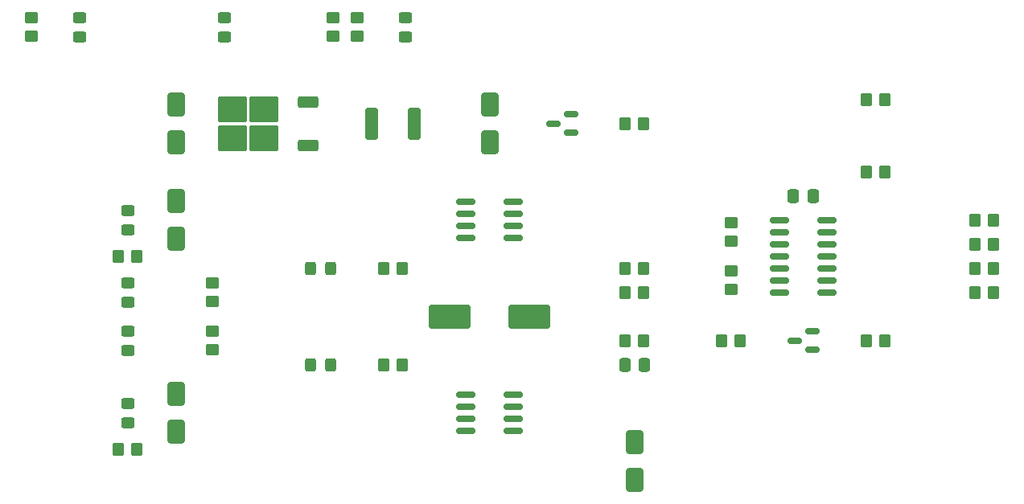
<source format=gtp>
G04 #@! TF.GenerationSoftware,KiCad,Pcbnew,8.0.7*
G04 #@! TF.CreationDate,2025-01-05T11:55:31+01:00*
G04 #@! TF.ProjectId,ADLSC,41444c53-432e-46b6-9963-61645f706362,V1.0*
G04 #@! TF.SameCoordinates,Original*
G04 #@! TF.FileFunction,Paste,Top*
G04 #@! TF.FilePolarity,Positive*
%FSLAX46Y46*%
G04 Gerber Fmt 4.6, Leading zero omitted, Abs format (unit mm)*
G04 Created by KiCad (PCBNEW 8.0.7) date 2025-01-05 11:55:31*
%MOMM*%
%LPD*%
G01*
G04 APERTURE LIST*
G04 Aperture macros list*
%AMRoundRect*
0 Rectangle with rounded corners*
0 $1 Rounding radius*
0 $2 $3 $4 $5 $6 $7 $8 $9 X,Y pos of 4 corners*
0 Add a 4 corners polygon primitive as box body*
4,1,4,$2,$3,$4,$5,$6,$7,$8,$9,$2,$3,0*
0 Add four circle primitives for the rounded corners*
1,1,$1+$1,$2,$3*
1,1,$1+$1,$4,$5*
1,1,$1+$1,$6,$7*
1,1,$1+$1,$8,$9*
0 Add four rect primitives between the rounded corners*
20,1,$1+$1,$2,$3,$4,$5,0*
20,1,$1+$1,$4,$5,$6,$7,0*
20,1,$1+$1,$6,$7,$8,$9,0*
20,1,$1+$1,$8,$9,$2,$3,0*%
G04 Aperture macros list end*
%ADD10RoundRect,0.150000X-0.825000X-0.150000X0.825000X-0.150000X0.825000X0.150000X-0.825000X0.150000X0*%
%ADD11RoundRect,0.250000X0.350000X0.450000X-0.350000X0.450000X-0.350000X-0.450000X0.350000X-0.450000X0*%
%ADD12RoundRect,0.250000X0.450000X-0.325000X0.450000X0.325000X-0.450000X0.325000X-0.450000X-0.325000X0*%
%ADD13RoundRect,0.150000X0.825000X0.150000X-0.825000X0.150000X-0.825000X-0.150000X0.825000X-0.150000X0*%
%ADD14RoundRect,0.250000X-0.450000X0.350000X-0.450000X-0.350000X0.450000X-0.350000X0.450000X0.350000X0*%
%ADD15RoundRect,0.250000X0.450000X-0.350000X0.450000X0.350000X-0.450000X0.350000X-0.450000X-0.350000X0*%
%ADD16RoundRect,0.250000X0.650000X-1.000000X0.650000X1.000000X-0.650000X1.000000X-0.650000X-1.000000X0*%
%ADD17RoundRect,0.250000X-0.350000X-0.450000X0.350000X-0.450000X0.350000X0.450000X-0.350000X0.450000X0*%
%ADD18RoundRect,0.250000X-0.325000X-0.450000X0.325000X-0.450000X0.325000X0.450000X-0.325000X0.450000X0*%
%ADD19RoundRect,0.150000X0.587500X0.150000X-0.587500X0.150000X-0.587500X-0.150000X0.587500X-0.150000X0*%
%ADD20RoundRect,0.250000X-0.400000X-1.450000X0.400000X-1.450000X0.400000X1.450000X-0.400000X1.450000X0*%
%ADD21RoundRect,0.250000X0.850000X0.350000X-0.850000X0.350000X-0.850000X-0.350000X0.850000X-0.350000X0*%
%ADD22RoundRect,0.250000X1.275000X1.125000X-1.275000X1.125000X-1.275000X-1.125000X1.275000X-1.125000X0*%
%ADD23RoundRect,0.250000X-0.337500X-0.475000X0.337500X-0.475000X0.337500X0.475000X-0.337500X0.475000X0*%
%ADD24RoundRect,0.250000X1.950000X1.000000X-1.950000X1.000000X-1.950000X-1.000000X1.950000X-1.000000X0*%
%ADD25RoundRect,0.250000X0.337500X0.475000X-0.337500X0.475000X-0.337500X-0.475000X0.337500X-0.475000X0*%
G04 APERTURE END LIST*
D10*
X98995000Y-25400000D03*
X98995000Y-26670000D03*
X98995000Y-27940000D03*
X98995000Y-29210000D03*
X98995000Y-30480000D03*
X98995000Y-31750000D03*
X98995000Y-33020000D03*
X94045000Y-33020000D03*
X94045000Y-31750000D03*
X94045000Y-30480000D03*
X94045000Y-29210000D03*
X94045000Y-27940000D03*
X94045000Y-26670000D03*
X94045000Y-25400000D03*
D11*
X24400000Y-29210000D03*
X26400000Y-29210000D03*
D12*
X20320000Y-6105000D03*
X20320000Y-4055000D03*
D13*
X61025000Y-47625000D03*
X61025000Y-46355000D03*
X61025000Y-45085000D03*
X61025000Y-43815000D03*
X65975000Y-43815000D03*
X65975000Y-45085000D03*
X65975000Y-46355000D03*
X65975000Y-47625000D03*
D14*
X88900000Y-32750000D03*
X88900000Y-30750000D03*
D15*
X34290000Y-37100000D03*
X34290000Y-39100000D03*
D11*
X103140000Y-12700000D03*
X105140000Y-12700000D03*
D16*
X30480000Y-43720000D03*
X30480000Y-47720000D03*
D11*
X52340000Y-40640000D03*
X54340000Y-40640000D03*
D15*
X88900000Y-25670000D03*
X88900000Y-27670000D03*
D11*
X52340000Y-30480000D03*
X54340000Y-30480000D03*
D16*
X30480000Y-23400000D03*
X30480000Y-27400000D03*
D11*
X114570000Y-27940000D03*
X116570000Y-27940000D03*
X24400000Y-49530000D03*
X26400000Y-49530000D03*
D17*
X105140000Y-38100000D03*
X103140000Y-38100000D03*
D15*
X49530000Y-4080000D03*
X49530000Y-6080000D03*
D13*
X61025000Y-27305000D03*
X61025000Y-26035000D03*
X61025000Y-24765000D03*
X61025000Y-23495000D03*
X65975000Y-23495000D03*
X65975000Y-24765000D03*
X65975000Y-26035000D03*
X65975000Y-27305000D03*
D18*
X46745000Y-40640000D03*
X44695000Y-40640000D03*
D12*
X25400000Y-37075000D03*
X25400000Y-39125000D03*
D19*
X95582500Y-38100000D03*
X97457500Y-37150000D03*
X97457500Y-39050000D03*
D20*
X55565000Y-15240000D03*
X51115000Y-15240000D03*
D16*
X78740000Y-48800000D03*
X78740000Y-52800000D03*
X30480000Y-13240000D03*
X30480000Y-17240000D03*
D21*
X44400000Y-12960000D03*
D22*
X36425000Y-13715000D03*
X36425000Y-16765000D03*
X39775000Y-13715000D03*
X39775000Y-16765000D03*
D21*
X44400000Y-17520000D03*
D15*
X15240000Y-4080000D03*
X15240000Y-6080000D03*
D23*
X79807500Y-40640000D03*
X77732500Y-40640000D03*
D11*
X114570000Y-33020000D03*
X116570000Y-33020000D03*
D12*
X25400000Y-24375000D03*
X25400000Y-26425000D03*
D19*
X70182500Y-15240000D03*
X72057500Y-14290000D03*
X72057500Y-16190000D03*
D11*
X114570000Y-25400000D03*
X116570000Y-25400000D03*
D12*
X54610000Y-4055000D03*
X54610000Y-6105000D03*
D11*
X79740000Y-30480000D03*
X77740000Y-30480000D03*
D24*
X59300000Y-35560000D03*
X67700000Y-35560000D03*
D16*
X63500000Y-13240000D03*
X63500000Y-17240000D03*
D12*
X25400000Y-44695000D03*
X25400000Y-46745000D03*
D17*
X79740000Y-38100000D03*
X77740000Y-38100000D03*
D11*
X77740000Y-33020000D03*
X79740000Y-33020000D03*
D17*
X77740000Y-15240000D03*
X79740000Y-15240000D03*
D11*
X87900000Y-38100000D03*
X89900000Y-38100000D03*
D15*
X46990000Y-4080000D03*
X46990000Y-6080000D03*
D25*
X95482500Y-22860000D03*
X97557500Y-22860000D03*
D11*
X114570000Y-30480000D03*
X116570000Y-30480000D03*
D15*
X34290000Y-34020000D03*
X34290000Y-32020000D03*
D11*
X103140000Y-20320000D03*
X105140000Y-20320000D03*
D18*
X46745000Y-30480000D03*
X44695000Y-30480000D03*
D12*
X35560000Y-4055000D03*
X35560000Y-6105000D03*
X25400000Y-31995000D03*
X25400000Y-34045000D03*
M02*

</source>
